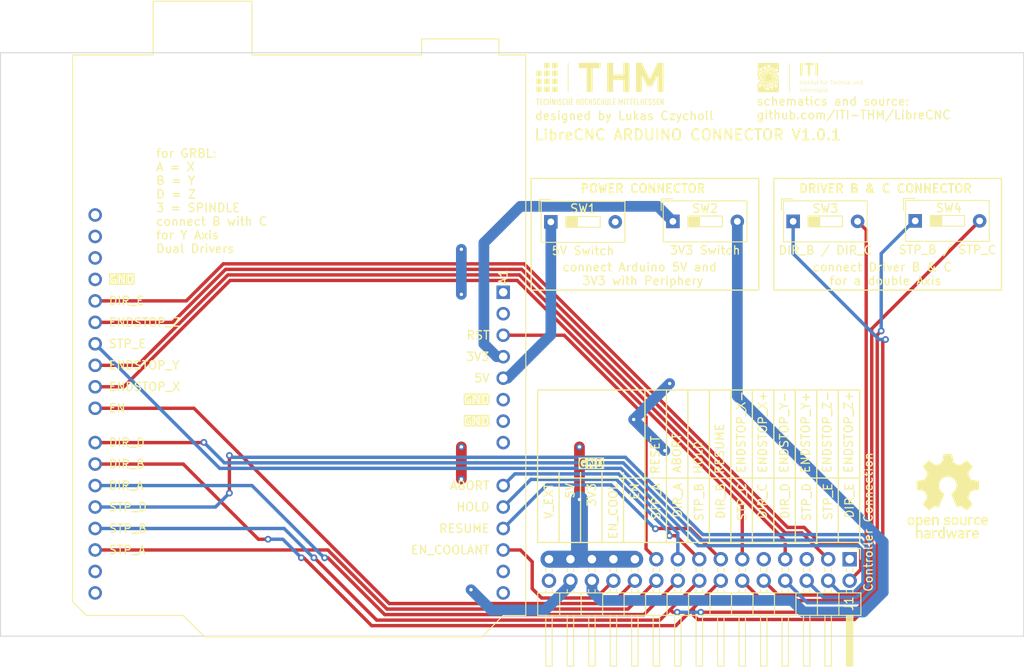
<source format=kicad_pcb>
(kicad_pcb (version 20221018) (generator pcbnew)
  (layers (0 "F.Cu" signal) (31 "B.Cu" signal) (34 "B.Paste" user) (35 "F.Paste" user) (36 "B.SilkS" user "B.Silkscreen") (37 "F.SilkS" user "F.Silkscreen") (38 "B.Mask" user) (39 "F.Mask" user) (44 "Edge.Cuts" user))
  (net 0 "")
  (net 3 "RST")
  (net 4 "3V3")
  (net 5 "5V")
  (net 7 "ABORT")
  (net 8 "HOLD")
  (net 9 "RESUME")
  (net 10 "EN_COOLANT")
  (net 15 "EN")
  (net 16 "ENDSTOP_X-")
  (net 17 "ENDSTOP_Y-")
  (net 18 "ENDSTOP_Z-")
  (net 22 "ENDSTOP_Z+")
  (net 23 "ENDSTOP_Y+")
  (net 24 "ENDSTOP_X+")
  (net 25 "GND")
  (net 26 "V_EXT")
  (net 27 "3V3_Controller")
  (net 28 "5V_Controller")
  (net 29 "DIR_E")
  (net 30 "STP_E")
  (net 31 "DIR_D")
  (net 32 "STP_D")
  (net 33 "DIR_C")
  (net 34 "STP_C")
  (net 35 "DIR_B")
  (net 36 "STP_B")
  (net 37 "DIR_A")
  (net 38 "STP_A")
  (footprint "MountingHole:MountingHole_3.2mm_M3" (layer "F.Cu") (at 148 61)
    (fp_text reference "H3" hide)
    (fp_text value "MountingHole" hide)
    (pad "" np_thru_hole circle locked (at 0 0) (size 3.2 3.2) (drill 3.2) (layers "*.Cu" "*.Mask"))
  )
  (footprint "Button_Switch_THT:SW_DIP_SPSTx01_Slide_9.78x4.72mm_W7.62mm_P2.54mm" (layer "F.Cu") (at 140.1655 75.888)
    (fp_text reference "SW4" (at 3.979 -1.524) (layer "F.SilkS"))
    (fp_text value "STP_B / STP_C" (at 3.81 3.42) (layer "F.SilkS"))
    (pad "1" thru_hole rect (at 0 0) (size 1.6 1.6) (drill 0.8) (layers "*.Cu" "*.Mask") (net 36 "STP_B"))
    (pad "2" thru_hole oval (at 7.62 0) (size 1.6 1.6) (drill 0.8) (layers "*.Cu" "*.Mask") (net 34 "STP_C"))
  )
  (footprint "MountingHole:MountingHole_3.2mm_M3" (layer "F.Cu") (at 148 120)
    (fp_text reference locked "H4" hide)
    (fp_text value "MountingHole" hide)
    (pad "" np_thru_hole circle locked (at 0 0) (size 3.2 3.2) (drill 3.2) (layers "*.Cu" "*.Mask"))
  )
  (footprint "MountingHole:MountingHole_3.2mm_M3" (layer "F.Cu") (at 37 120)
    (fp_text reference "H2" hide)
    (fp_text value "MountingHole" hide)
    (pad "" np_thru_hole circle locked (at 0 0) (size 3.2 3.2) (drill 3.2) (layers "*.Cu" "*.Mask"))
  )
  (footprint "Button_Switch_THT:SW_DIP_SPSTx01_Slide_9.78x4.72mm_W7.62mm_P2.54mm" (layer "F.Cu") (at 97.0705 76.004)
    (fp_text reference "SW1" (at 3.81 -1.582) (layer "F.SilkS"))
    (fp_text value "5V Switch" (at 3.81 3.42) (layer "F.SilkS"))
    (pad "1" thru_hole rect (at 0 0) (size 1.6 1.6) (drill 0.8) (layers "*.Cu" "*.Mask") (net 28 "5V_Controller"))
    (pad "2" thru_hole oval (at 7.62 0) (size 1.6 1.6) (drill 0.8) (layers "*.Cu" "*.Mask") (net 5 "5V"))
  )
  (footprint "Button_Switch_THT:SW_DIP_SPSTx01_Slide_9.78x4.72mm_W7.62mm_P2.54mm" (layer "F.Cu") (at 111.506 75.946)
    (fp_text reference "SW2" (at 3.81 -1.524) (layer "F.SilkS"))
    (fp_text value "3V3 Switch" (at 3.81 3.42) (layer "F.SilkS"))
    (pad "1" thru_hole rect (at 0 0) (size 1.6 1.6) (drill 0.8) (layers "*.Cu" "*.Mask") (net 27 "3V3_Controller"))
    (pad "2" thru_hole oval (at 7.62 0) (size 1.6 1.6) (drill 0.8) (layers "*.Cu" "*.Mask") (net 4 "3V3"))
  )
  (footprint "logos:ITI Logo" (layer "F.Cu") (at 127.718 58.94)
    (fp_text reference "G***" hide)
    (fp_text value "LOGO" hide)
  )
  (footprint "logos:THM Logo" (layer "F.Cu") (at 102.87 59.69)
    (fp_text reference "G***" hide)
    (fp_text value "LOGO" hide)
  )
  (footprint "Connector_PinHeader_2.54mm:PinHeader_2x15_P2.54mm_Horizontal" (layer "F.Cu") (at 132.41 115.9 -90)
    (fp_text reference "J1" (at 5.258 0.076 90) (layer "F.SilkS"))
    (fp_text value "Controller Connection" (at -4.394 -2.21 90) (layer "F.SilkS"))
    (pad "1" thru_hole rect locked (at 0 0 270) (size 1.7 1.7) (drill 1) (layers "*.Cu" "*.Mask") (net 22 "ENDSTOP_Z+"))
    (pad "2" thru_hole oval locked (at 2.54 0 270) (size 1.7 1.7) (drill 1) (layers "*.Cu" "*.Mask") (net 29 "DIR_E"))
    (pad "3" thru_hole oval locked (at 0 2.54 270) (size 1.7 1.7) (drill 1) (layers "*.Cu" "*.Mask") (net 18 "ENDSTOP_Z-"))
    (pad "4" thru_hole oval locked (at 2.54 2.54 270) (size 1.7 1.7) (drill 1) (layers "*.Cu" "*.Mask") (net 30 "STP_E"))
    (pad "5" thru_hole oval locked (at 0 5.08 270) (size 1.7 1.7) (drill 1) (layers "*.Cu" "*.Mask") (net 23 "ENDSTOP_Y+"))
    (pad "6" thru_hole oval locked (at 2.54 5.08 270) (size 1.7 1.7) (drill 1) (layers "*.Cu" "*.Mask") (net 31 "DIR_D"))
    (pad "7" thru_hole oval locked (at 0 7.62 270) (size 1.7 1.7) (drill 1) (layers "*.Cu" "*.Mask") (net 17 "ENDSTOP_Y-"))
    (pad "8" thru_hole oval locked (at 2.54 7.62 270) (size 1.7 1.7) (drill 1) (layers "*.Cu" "*.Mask") (net 32 "STP_D"))
    (pad "9" thru_hole oval locked (at 0 10.16 270) (size 1.7 1.7) (drill 1) (layers "*.Cu" "*.Mask") (net 24 "ENDSTOP_X+"))
    (pad "10" thru_hole oval locked (at 2.54 10.16 270) (size 1.7 1.7) (drill 1) (layers "*.Cu" "*.Mask") (net 33 "DIR_C"))
    (pad "11" thru_hole oval locked (at 0 12.7 270) (size 1.7 1.7) (drill 1) (layers "*.Cu" "*.Mask") (net 16 "ENDSTOP_X-"))
    (pad "12" thru_hole oval locked (at 2.54 12.7 270) (size 1.7 1.7) (drill 1) (layers "*.Cu" "*.Mask") (net 34 "STP_C"))
    (pad "13" thru_hole oval locked (at 0 15.24 270) (size 1.7 1.7) (drill 1) (layers "*.Cu" "*.Mask") (net 9 "RESUME"))
    (pad "14" thru_hole oval locked (at 2.54 15.24 270) (size 1.7 1.7) (drill 1) (layers "*.Cu" "*.Mask") (net 35 "DIR_B"))
    (pad "15" thru_hole oval locked (at 0 17.78 270) (size 1.7 1.7) (drill 1) (layers "*.Cu" "*.Mask") (net 8 "HOLD"))
    (pad "16" thru_hole oval locked (at 2.54 17.78 270) (size 1.7 1.7) (drill 1) (layers "*.Cu" "*.Mask") (net 36 "STP_B"))
    (pad "17" thru_hole oval locked (at 0 20.32 270) (size 1.7 1.7) (drill 1) (layers "*.Cu" "*.Mask") (net 7 "ABORT"))
    (pad "18" thru_hole oval locked (at 2.54 20.32 270) (size 1.7 1.7) (drill 1) (layers "*.Cu" "*.Mask") (net 37 "DIR_A"))
    (pad "19" thru_hole oval locked (at 0 22.86 270) (size 1.7 1.7) (drill 1) (layers "*.Cu" "*.Mask") (net 3 "RST"))
    (pad "20" thru_hole oval locked (at 2.54 22.86 270) (size 1.7 1.7) (drill 1) (layers "*.Cu" "*.Mask") (net 38 "STP_A"))
    (pad "21" thru_hole oval locked (at 0 25.4 270) (size 1.7 1.7) (drill 1) (layers "*.Cu" "*.Mask") (net 25 "GND"))
    (pad "22" thru_hole oval locked (at 2.54 25.4 270) (size 1.7 1.7) (drill 1) (layers "*.Cu" "*.Mask") (net 15 "EN"))
    (pad "23" thru_hole oval locked (at 0 27.94 270) (size 1.7 1.7) (drill 1) (layers "*.Cu" "*.Mask") (net 25 "GND"))
    (pad "24" thru_hole oval locked (at 2.54 27.94 270) (size 1.7 1.7) (drill 1) (layers "*.Cu" "*.Mask") (net 10 "EN_COOLANT"))
    (pad "25" thru_hole oval locked (at 0 30.48 270) (size 1.7 1.7) (drill 1) (layers "*.Cu" "*.Mask") (net 25 "GND"))
    (pad "26" thru_hole oval locked (at 2.54 30.48 270) (size 1.7 1.7) (drill 1) (layers "*.Cu" "*.Mask") (net 4 "3V3"))
    (pad "27" thru_hole oval locked (at 0 33.02 270) (size 1.7 1.7) (drill 1) (layers "*.Cu" "*.Mask") (net 25 "GND"))
    (pad "28" thru_hole oval locked (at 2.54 33.02 270) (size 1.7 1.7) (drill 1) (layers "*.Cu" "*.Mask") (net 5 "5V"))
    (pad "29" thru_hole oval locked (at 0 35.56 270) (size 1.7 1.7) (drill 1) (layers "*.Cu" "*.Mask") (net 25 "GND"))
    (pad "30" thru_hole oval locked (at 2.54 35.56 270) (size 1.7 1.7) (drill 1) (layers "*.Cu" "*.Mask") (net 26 "V_EXT"))
  )
  (footprint "Button_Switch_THT:SW_DIP_SPSTx01_Slide_9.78x4.72mm_W7.62mm_P2.54mm" (layer "F.Cu") (at 125.73 75.946)
    (fp_text reference "SW3" (at 3.81 -1.524) (layer "F.SilkS"))
    (fp_text value "DIR_B / DIR_C" (at 3.81 3.42) (layer "F.SilkS"))
    (pad "1" thru_hole rect (at 0 0) (size 1.6 1.6) (drill 0.8) (layers "*.Cu" "*.Mask") (net 35 "DIR_B"))
    (pad "2" thru_hole oval (at 7.62 0) (size 1.6 1.6) (drill 0.8) (layers "*.Cu" "*.Mask") (net 33 "DIR_C"))
  )
  (footprint "MountingHole:MountingHole_3.2mm_M3" (layer "F.Cu") (at 37 61)
    (fp_text reference "H1" hide)
    (fp_text value "MountingHole" hide)
    (pad "" np_thru_hole circle locked (at 0 0) (size 3.2 3.2) (drill 3.2) (layers "*.Cu" "*.Mask"))
  )
  (footprint "logos:OHS Logo" (layer "F.Cu") (at 144.018 108.458)
    (fp_text reference "G***" hide)
    (fp_text value "LOGO" hide)
  )
  (footprint "Module:Arduino_UNO_R3" (layer "F.Cu") (at 91.44 84.328 -90)
    (fp_text reference "A1" (at -1.778 0 90) (layer "F.SilkS"))
    (fp_text value "Arduino_UNO_R3")
    (pad "1" thru_hole rect (at 0 0) (size 1.6 1.6) (drill 1) (layers "*.Cu" "*.Mask"))
    (pad "2" thru_hole oval (at 2.54 0) (size 1.6 1.6) (drill 1) (layers "*.Cu" "*.Mask"))
    (pad "3" thru_hole oval (at 5.08 0) (size 1.6 1.6) (drill 1) (layers "*.Cu" "*.Mask") (net 3 "RST"))
    (pad "4" thru_hole oval (at 7.62 0) (size 1.6 1.6) (drill 1) (layers "*.Cu" "*.Mask") (net 27 "3V3_Controller"))
    (pad "5" thru_hole oval (at 10.16 0) (size 1.6 1.6) (drill 1) (layers "*.Cu" "*.Mask") (net 28 "5V_Controller"))
    (pad "6" thru_hole oval (at 12.7 0) (size 1.6 1.6) (drill 1) (layers "*.Cu" "*.Mask") (net 25 "GND"))
    (pad "7" thru_hole oval (at 15.24 0) (size 1.6 1.6) (drill 1) (layers "*.Cu" "*.Mask") (net 25 "GND"))
    (pad "8" thru_hole oval (at 17.78 0) (size 1.6 1.6) (drill 1) (layers "*.Cu" "*.Mask"))
    (pad "9" thru_hole oval (at 22.86 0) (size 1.6 1.6) (drill 1) (layers "*.Cu" "*.Mask") (net 7 "ABORT"))
    (pad "10" thru_hole oval (at 25.4 0) (size 1.6 1.6) (drill 1) (layers "*.Cu" "*.Mask") (net 8 "HOLD"))
    (pad "11" thru_hole oval (at 27.94 0) (size 1.6 1.6) (drill 1) (layers "*.Cu" "*.Mask") (net 9 "RESUME"))
    (pad "12" thru_hole oval (at 30.48 0) (size 1.6 1.6) (drill 1) (layers "*.Cu" "*.Mask") (net 10 "EN_COOLANT"))
    (pad "13" thru_hole oval (at 33.02 0) (size 1.6 1.6) (drill 1) (layers "*.Cu" "*.Mask"))
    (pad "14" thru_hole oval (at 35.56 0) (size 1.6 1.6) (drill 1) (layers "*.Cu" "*.Mask"))
    (pad "15" thru_hole oval (at 35.56 48.26) (size 1.6 1.6) (drill 1) (layers "*.Cu" "*.Mask"))
    (pad "16" thru_hole oval (at 33.02 48.26) (size 1.6 1.6) (drill 1) (layers "*.Cu" "*.Mask"))
    (pad "17" thru_hole oval (at 30.48 48.26) (size 1.6 1.6) (drill 1) (layers "*.Cu" "*.Mask") (net 38 "STP_A"))
    (pad "18" thru_hole oval (at 27.94 48.26) (size 1.6 1.6) (drill 1) (layers "*.Cu" "*.Mask") (net 36 "STP_B"))
    (pad "19" thru_hole oval (at 25.4 48.26) (size 1.6 1.6) (drill 1) (layers "*.Cu" "*.Mask") (net 32 "STP_D"))
    (pad "20" thru_hole oval (at 22.86 48.26) (size 1.6 1.6) (drill 1) (layers "*.Cu" "*.Mask") (net 37 "DIR_A"))
    (pad "21" thru_hole oval (at 20.32 48.26) (size 1.6 1.6) (drill 1) (layers "*.Cu" "*.Mask") (net 35 "DIR_B"))
    (pad "22" thru_hole oval (at 17.78 48.26) (size 1.6 1.6) (drill 1) (layers "*.Cu" "*.Mask") (net 31 "DIR_D"))
    (pad "23" thru_hole oval (at 13.72 48.26) (size 1.6 1.6) (drill 1) (layers "*.Cu" "*.Mask") (net 15 "EN"))
    (pad "24" thru_hole oval (at 11.18 48.26) (size 1.6 1.6) (drill 1) (layers "*.Cu" "*.Mask") (net 16 "ENDSTOP_X-"))
    (pad "25" thru_hole oval (at 8.64 48.26) (size 1.6 1.6) (drill 1) (layers "*.Cu" "*.Mask") (net 17 "ENDSTOP_Y-"))
    (pad "26" thru_hole oval (at 6.1 48.26) (size 1.6 1.6) (drill 1) (layers "*.Cu" "*.Mask") (net 30 "STP_E"))
    (pad "27" thru_hole oval (at 3.56 48.26) (size 1.6 1.6) (drill 1) (layers "*.Cu" "*.Mask") (net 18 "ENDSTOP_Z-"))
    (pad "28" thru_hole oval (at 1.02 48.26) (size 1.6 1.6) (drill 1) (layers "*.Cu" "*.Mask") (net 29 "DIR_E"))
    (pad "29" thru_hole oval (at -1.52 48.26) (size 1.6 1.6) (drill 1) (layers "*.Cu" "*.Mask") (net 25 "GND"))
    (pad "30" thru_hole oval (at -4.06 48.26) (size 1.6 1.6) (drill 1) (layers "*.Cu" "*.Mask"))
    (pad "31" thru_hole oval (at -6.6 48.26) (size 1.6 1.6) (drill 1) (layers "*.Cu" "*.Mask"))
    (pad "32" thru_hole oval (at -9.14 48.26) (size 1.6 1.6) (drill 1) (layers "*.Cu" "*.Mask"))
  )
  (gr_line (start 125.984 95.885) (end 125.984 113.919) (stroke (width 0.15)) (layer "F.SilkS"))
  (gr_line (start 95.504 95.885) (end 133.604 95.885) (stroke (width 0.15)) (layer "F.SilkS"))
  (gr_line (start 95.504 95.885) (end 95.504 113.919) (stroke (width 0.15)) (layer "F.SilkS"))
  (gr_line (start 123.444 95.885) (end 123.444 113.919) (stroke (width 0.15)) (layer "F.SilkS"))
  (gr_line (start 95.504 106.299) (end 133.604 106.299) (stroke (width 0.15)) (layer "F.SilkS"))
  (gr_line (start 128.524 95.885) (end 128.524 113.919) (stroke (width 0.15)) (layer "F.SilkS"))
  (gr_line (start 113.284 95.885) (end 113.284 113.919) (stroke (width 0.15)) (layer "F.SilkS"))
  (gr_line (start 98.044 105.664) (end 98.044 113.919) (stroke (width 0.15)) (layer "F.SilkS"))
  (gr_line (start 100.584 105.6513) (end 100.584 113.9063) (stroke (width 0.15)) (layer "F.SilkS"))
  (gr_line (start 133.604 95.885) (end 133.604 113.919) (stroke (width 0.15)) (layer "F.SilkS"))
  (gr_line (start 118.364 95.885) (end 118.364 113.919) (stroke (width 0.15)) (layer "F.SilkS"))
  (gr_line (start 115.824 95.885) (end 115.824 113.919) (stroke (width 0.15)) (layer "F.SilkS"))
  (gr_rect (start 94.742 70.866) (end 121.666 84.074) (stroke (width 0.15)) (fill none) (layer "F.SilkS"))
  (gr_line (start 133.604 113.919) (end 95.504 113.919) (stroke (width 0.15)) (layer "F.SilkS"))
  (gr_line (start 105.664 105.664) (end 105.664 113.919) (stroke (width 0.15)) (layer "F.SilkS"))
  (gr_line (start 110.744 95.885) (end 110.744 113.919) (stroke (width 0.15)) (layer "F.SilkS"))
  (gr_line (start 120.904 95.885) (end 120.904 113.919) (stroke (width 0.15)) (layer "F.SilkS"))
  (gr_line (start 131.064 95.885) (end 131.064 113.919) (stroke (width 0.15)) (layer "F.SilkS"))
  (gr_line (start 108.204 95.885) (end 108.204 113.919) (stroke (width 0.15)) (layer "F.SilkS"))
  (gr_rect (start 123.444 70.866) (end 150.368 84.074) (stroke (width 0.15)) (fill none) (layer "F.SilkS"))
  (gr_line (start 103.124 105.6767) (end 103.124 113.9317) (stroke (width 0.15)) (layer "F.SilkS"))
  (gr_rect locked (start 31.9746 56) (end 153 125) (stroke (width 0.1)) (fill none) (layer "Edge.Cuts"))
  (gr_text "GND" (at 44.704 82.804) (layer "F.SilkS" knockout) (effects (font (size 1 1)) (justify left)))
  (gr_text "3V3" (at 102.489 106.807 90) (layer "F.SilkS") (effects (font (size 1 1)) (justify right bottom)))
  (gr_text "RESUME" (at 89.916 112.268) (layer "F.SilkS") (effects (font (size 1 1)) (justify right)))
  (gr_text "ENDSTOP_Y" (at 44.704 92.964) (layer "F.SilkS") (effects (font (size 1 1)) (justify left)))
  (gr_text "EN_COOLANT" (at 89.916 114.808) (layer "F.SilkS") (effects (font (size 1 1)) (justify right)))
  (gr_text "V_EXT" (at 97.409 106.807 90) (layer "F.SilkS") (effects (font (size 1 1)) (justify right bottom)))
  (gr_text "DIR_E" (at 132.969 106.807 90) (layer "F.SilkS") (effects (font (size 1 1)) (justify right bottom)))
  (gr_text "ENDSTOP_Y+" (at 126.619 105.791 90) (layer "F.SilkS") (effects (font (size 1 1)) (justify left top)))
  (gr_text "HOLD" (at 89.916 109.728) (layer "F.SilkS") (effects (font (size 1 1)) (justify right)))
  (gr_text "LibreCNC ARDUINO CONNECTOR V1.0.1\n" (at 95.018 66.44) (layer "F.SilkS") (effects (font (size 1.25 1.25) (thickness 0.2)) (justify left bottom)))
  (gr_text "GND" (at 89.916 97.028) (layer "F.SilkS" knockout) (effects (font (size 1 1)) (justify right)))
  (gr_text "DIR_B" (at 44.704 104.648) (layer "F.SilkS") (effects (font (size 1 1)) (justify left)))
  (gr_text "EN_COOL" (at 105.029 106.807 90) (layer "F.SilkS") (effects (font (size 1 1)) (justify right bottom)))
  (gr_text "STP_D" (at 127.889 106.807 90) (layer "F.SilkS") (effects (font (size 1 1)) (justify right bottom)))
  (gr_text "STP_C" (at 120.269 106.807 90) (layer "F.SilkS") (effects (font (size 1 1)) (justify right bottom)))
  (gr_text "DIR_D" (at 125.349 106.807 90) (layer "F.SilkS") (effects (font (size 1 1)) (justify right bottom)))
  (gr_text "DIR_B" (at 117.729 106.807 90) (layer "F.SilkS") (effects (font (size 1 1)) (justify right bottom)))
  (gr_text "DIR_A" (at 112.649 106.807 90) (layer "F.SilkS") (effects (font (size 1 1)) (justify right bottom)))
  (gr_text "DIR_E" (at 44.704 85.344) (layer "F.SilkS") (effects (font (size 1 1)) (justify left)))
  (gr_text "connect Arduino 5V and \n3V3 with Periphery" (at 107.95 80.772) (layer "F.SilkS") (effects (font (size 1 1)) (justify top)))
  (gr_text "ENDSTOP_X+" (at 121.539 105.791 90) (layer "F.SilkS") (effects (font (size 1 1)) (justify left top)))
  (gr_text "STP_A" (at 44.704 114.808) (layer "F.SilkS") (effects (font (size 1 1)) (justify left)))
  (gr_text "GND" (at 89.916 99.568) (layer "F.SilkS" knockout) (effects (font (size 1 1)) (justify right)))
  (gr_text "3V3" (at 89.916 91.948) (layer "F.SilkS") (effects (font (size 1 1)) (justify right)))
  (gr_text "RESET" (at 108.839 105.918 90) (layer "F.SilkS") (effects (font (size 1 1)) (justify left top)))
  (gr_text "STP_A" (at 110.109 106.807 90) (layer "F.SilkS") (effects (font (size 1 1)) (justify right bottom)))
  (gr_text "RESUME" (at 116.459 105.918 90) (layer "F.SilkS") (effects (font (size 1 1)) (justify left top)))
  (gr_text "STP_E" (at 44.704 90.424) (layer "F.SilkS") (effects (font (size 1 1)) (justify left)))
  (gr_text "ENDSTOP_X-" (at 118.999 105.791 90) (layer "F.SilkS") (effects (font (size 1 1)) (justify left top)))
  (gr_text "ENDSTOP_Z+" (at 131.699 105.791 90) (layer "F.SilkS") (effects (font (size 1 1)) (justify left top)))
  (gr_text "ABORT" (at 111.379 105.791 90) (layer "F.SilkS") (effects (font (size 1 1)) (justify left top)))
  (gr_text "STP_B" (at 44.704 112.268) (layer "F.SilkS") (effects (font (size 1 1)) (justify left)))
  (gr_text "5V" (at 99.949 106.807 90) (layer "F.SilkS") (effects (font (size 1 1)) (justify right bottom)))
  (gr_text "ENDSTOP_X" (at 44.704 95.504) (layer "F.SilkS") (effects (font (size 1 1)) (justify left)))
  (gr_text "designed by Lukas Czycholl" (at 95.118 64.04) (layer "F.SilkS") (effects (font (size 1 1)) (justify left bottom)))
  (gr_text "DRIVER B & C CONNECTOR" (at 136.652 72.644) (layer "F.SilkS") (effects (font (size 1 1) (thickness 0.2) bold) (justify bottom)))
  (gr_text "ENDSTOP_Z" (at 44.704 87.884) (layer "F.SilkS") (effects (font (size 1 1)) (justify left)))
  (gr_text "POWER CONNECTOR" (at 107.95 72.644) (layer "F.SilkS") (effects (font (size 1 1) (thickness 0.2) bold) (justify bottom)))
  (gr_text "for GRBL:\nA = X\nB = Y\nD = Z\n3 = SPINDLE\nconnect B with C \nfor Y Axis \nDual Drivers\n" (at 50.292 79.756) (layer "F.SilkS") (effects (font (size 1 1)) (justify left bottom)))
  (gr_text "RST" (at 89.916 89.408) (layer "F.SilkS") (effects (font (size 1 1)) (justify right)))
  (gr_text "STP_D" (at 44.704 109.728) (layer "F.SilkS") (effects (font (size 1 1)) (justify left)))
  (gr_text "ENDSTOP_Y-" (at 124.079 105.791 90) (layer "F.SilkS") (effects (font (size 1 1)) (justify left top)))
  (gr_text "DIR_A" (at 44.704 107.188) (layer "F.SilkS") (effects (font (size 1 1)) (justify left)))
  (gr_text "STP_B" (at 115.189 106.807 90) (layer "F.SilkS") (effects (font (size 1 1)) (justify right bottom)))
  (gr_text "HOLD" (at 113.919 105.918 90) (layer "F.SilkS") (effects (font (size 1 1)) (justify left top)))
  (gr_text "DIR_D" (at 44.704 102.108) (layer "F.SilkS") (effects (font (size 1 1)) (justify left)))
  (gr_text "EN" (at 107.569 106.807 90) (layer "F.SilkS") (effects (font (size 1 1)) (justify right bottom)))
  (gr_text "ABORT" (at 89.916 107.188) (layer "F.SilkS") (effects (font (size 1 1)) (justify right)))
  (gr_text "STP_E" (at 130.429 106.807 90) (layer "F.SilkS") (effects (font (size 1 1)) (justify right bottom)))
  (gr_text "EN" (at 44.704 98.044) (layer "F.SilkS") (effects (font (size 1 1)) (justify left)))
  (gr_text "ENDSTOP_Z-" (at 129.159 105.791 90) (layer "F.SilkS") (effects (font (size 1 1)) (justify left top)))
  (gr_text "connect Driver B & C \nfor a double Axis" (at 136.652 80.772) (layer "F.SilkS") (effects (font (size 1 1)) (justify top)))
  (gr_text "DIR_C" (at 122.682 106.807 90) (layer "F.SilkS") (effects (font (size 1 1)) (justify right bottom)))
  (gr_text "GND\n" (at 103.4796 104.013) (layer "F.SilkS" knockout) (effects (font (size 1 1)) (justify right top)))
  (gr_text "schematics and source:\ngithub.com/ITI-THM/LibreCNC" (at 121.318 63.94) (layer "F.SilkS") (effects (font (size 1 1)) (justify left bottom)))
  (gr_text "5V" (at 89.916 94.488) (layer "F.SilkS") (effects (font (size 1 1)) (justify right)))
  (segment (start 108.331 99.095896) (end 98.643104 89.408) (width 0.4) (layer "F.Cu") (net 3))
  (segment (start 98.643104 89.408) (end 91.44 89.408) (width 0.4) (layer "F.Cu") (net 3))
  (segment (start 108.331 114.681) (end 108.331 99.095896) (width 0.4) (layer "F.Cu") (net 3))
  (segment (start 109.55 115.9) (end 108.331 114.681) (width 0.4) (layer "F.Cu") (net 3))
  (segment (start 101.93 119.71) (end 102.997 120.777) (width 1.27) (layer "B.Cu") (net 4))
  (segment (start 134.034078 122.141) (end 136.382 119.793079) (width 1.27) (layer "B.Cu") (net 4))
  (segment (start 126.950922 122.141) (end 134.034078 122.141) (width 1.27) (layer "B.Cu") (net 4))
  (segment (start 125.586922 120.777) (end 126.950922 122.141) (width 1.27) (layer "B.Cu") (net 4))
  (segment (start 101.93 118.44) (end 101.93 119.71) (width 1.27) (layer "B.Cu") (net 4))
  (segment (start 136.382 113.87413) (end 119.126 96.61813) (width 1.27) (layer "B.Cu") (net 4))
  (segment (start 119.126 96.61813) (end 119.126 75.946) (width 1.27) (layer "B.Cu") (net 4))
  (segment (start 136.382 119.793079) (end 136.382 113.87413) (width 1.27) (layer "B.Cu") (net 4))
  (segment (start 102.997 120.777) (end 125.586922 120.777) (width 1.27) (layer "B.Cu") (net 4))
  (via (at 87.63 119.507) (size 0.8) (drill 0.4) (layers "F.Cu" "B.Cu") (net 5))
  (via (at 86.487 79.248) (size 0.8) (drill 0.4) (layers "F.Cu" "B.Cu") (net 5))
  (via (at 86.487 84.582) (size 0.8) (drill 0.4) (layers "F.Cu" "B.Cu") (net 5))
  (via (at 110.5535 103.0605) (size 0.8) (drill 0.4) (layers "F.Cu" "B.Cu") (net 5))
  (via (at 106.8705 99.3775) (size 0.8) (drill 0.4) (layers "F.Cu" "B.Cu") (net 5))
  (via (at 111.125 95.123) (size 0.8) (drill 0.4) (layers "F.Cu" "B.Cu") (net 5))
  (segment (start 99.39 118.44) (end 99.39 118.923) (width 1.27) (layer "B.Cu") (net 5))
  (segment (start 106.8705 99.3775) (end 110.5535 103.0605) (width 1.27) (layer "B.Cu") (net 5))
  (segment (start 96.393 121.92) (end 90.043 121.92) (width 1.27) (layer "B.Cu") (net 5))
  (segment (start 98.552 119.761) (end 96.393 121.92) (width 1.27) (layer "B.Cu") (net 5))
  (segment (start 90.043 121.92) (end 87.63 119.507) (width 1.27) (layer "B.Cu") (net 5))
  (segment (start 99.39 118.923) (end 98.552 119.761) (width 1.27) (layer "B.Cu") (net 5))
  (segment (start 86.487 84.582) (end 86.487 79.248) (width 1.27) (layer "B.Cu") (net 5))
  (segment (start 106.8705 99.3775) (end 111.125 95.123) (width 1.27) (layer "B.Cu") (net 5))
  (segment (start 105.083896 105.81) (end 92.818 105.81) (width 0.4) (layer "B.Cu") (net 7))
  (segment (start 112.09 115.9) (end 112.09 112.816104) (width 0.4) (layer "B.Cu") (net 7))
  (segment (start 92.818 105.81) (end 91.44 107.188) (width 0.4) (layer "B.Cu") (net 7))
  (segment (start 112.09 112.816104) (end 105.083896 105.81) (width 0.4) (layer "B.Cu") (net 7))
  (segment (start 111.103182 113.1215) (end 111.8515 113.1215) (width 0.4) (layer "F.Cu") (net 8))
  (segment (start 111.8515 113.1215) (end 114.63 115.9) (width 0.4) (layer "F.Cu") (net 8))
  (via (at 111.103182 113.1215) (size 0.8) (drill 0.4) (layers "F.Cu" "B.Cu") (net 8))
  (segment (start 111.103182 113.1215) (end 111.103182 112.754182) (width 0.4) (layer "B.Cu") (net 8))
  (segment (start 104.813 106.464) (end 94.704 106.464) (width 0.4) (layer "B.Cu") (net 8))
  (segment (start 111.103182 112.754182) (end 104.813 106.464) (width 0.4) (layer "B.Cu") (net 8))
  (segment (start 94.704 106.464) (end 91.44 109.728) (width 0.4) (layer "B.Cu") (net 8))
  (segment (start 109.441984 112.300016) (end 109.474 112.268) (width 0.4) (layer "F.Cu") (net 9))
  (segment (start 109.474 112.268) (end 113.538 112.268) (width 0.4) (layer "F.Cu") (net 9))
  (segment (start 113.538 112.268) (end 117.17 115.9) (width 0.4) (layer "F.Cu") (net 9))
  (via (at 109.441984 112.300016) (size 0.8) (drill 0.4) (layers "F.Cu" "B.Cu") (net 9))
  (segment (start 96.59 107.118) (end 91.44 112.268) (width 0.4) (layer "B.Cu") (net 9))
  (segment (start 109.441984 112.300016) (end 109.379016 112.300016) (width 0.4) (layer "B.Cu") (net 9))
  (segment (start 104.197 107.118) (end 96.59 107.118) (width 0.4) (layer "B.Cu") (net 9))
  (segment (start 109.379016 112.300016) (end 104.197 107.118) (width 0.4) (layer "B.Cu") (net 9))
  (segment (start 104.47 118.44) (end 102.422 120.488) (width 0.4) (layer "F.Cu") (net 10))
  (segment (start 94.869 116.205) (end 93.472 114.808) (width 0.4) (layer "F.Cu") (net 10))
  (segment (start 93.472 114.808) (end 91.44 114.808) (width 0.4) (layer "F.Cu") (net 10))
  (segment (start 95.977 120.488) (end 94.869 119.38) (width 0.4) (layer "F.Cu") (net 10))
  (segment (start 102.422 120.488) (end 95.977 120.488) (width 0.4) (layer "F.Cu") (net 10))
  (segment (start 94.869 119.38) (end 94.869 116.205) (width 0.4) (layer "F.Cu") (net 10))
  (segment (start 77.962 121.142) (end 54.868 98.048) (width 0.4) (layer "F.Cu") (net 15))
  (segment (start 107.01 118.44) (end 104.308 121.142) (width 0.4) (layer "F.Cu") (net 15))
  (segment (start 104.308 121.142) (end 77.962 121.142) (width 0.4) (layer "F.Cu") (net 15))
  (segment (start 54.868 98.048) (end 43.18 98.048) (width 0.4) (layer "F.Cu") (net 15))
  (segment (start 119.71 109.55) (end 93.091 82.931) (width 0.4) (layer "F.Cu") (net 16))
  (segment (start 119.71 115.9) (end 119.71 109.55) (width 0.4) (layer "F.Cu") (net 16))
  (segment (start 59.145792 82.931) (end 46.568792 95.508) (width 0.4) (layer "F.Cu") (net 16))
  (segment (start 46.568792 95.508) (end 43.18 95.508) (width 0.4) (layer "F.Cu") (net 16))
  (segment (start 93.091 82.931) (end 59.145792 82.931) (width 0.4) (layer "F.Cu") (net 16))
  (segment (start 124.79 115.9) (end 124.79 113.705104) (width 0.4) (layer "F.Cu") (net 17))
  (segment (start 124.79 113.705104) (end 93.361896 82.277) (width 0.4) (layer "F.Cu") (net 17))
  (segment (start 93.361896 82.277) (end 58.874896 82.277) (width 0.4) (layer "F.Cu") (net 17))
  (segment (start 48.183896 92.968) (end 43.18 92.968) (width 0.4) (layer "F.Cu") (net 17))
  (segment (start 58.874896 82.277) (end 48.183896 92.968) (width 0.4) (layer "F.Cu") (net 17))
  (segment (start 124.804792 112.795) (end 93.632792 81.623) (width 0.4) (layer "F.Cu") (net 18))
  (segment (start 93.632792 81.623) (end 58.604 81.623) (width 0.4) (layer "F.Cu") (net 18))
  (segment (start 129.87 115.9) (end 126.765 112.795) (width 0.4) (layer "F.Cu") (net 18))
  (segment (start 126.765 112.795) (end 124.804792 112.795) (width 0.4) (layer "F.Cu") (net 18))
  (segment (start 58.604 81.623) (end 52.339 87.888) (width 0.4) (layer "F.Cu") (net 18))
  (segment (start 52.339 87.888) (end 43.18 87.888) (width 0.4) (layer "F.Cu") (net 18))
  (segment (start 86.487 106.426) (end 86.487 102.616) (width 1.27) (layer "F.Cu") (net 25))
  (segment (start 100.457 102.616) (end 100.457 108.839) (width 1.27) (layer "F.Cu") (net 25))
  (via (at 100.457 102.616) (size 0.8) (drill 0.4) (layers "F.Cu" "B.Cu") (net 25))
  (via (at 100.457 108.839) (size 0.8) (drill 0.4) (layers "F.Cu" "B.Cu") (net 25))
  (via (at 86.487 102.616) (size 0.8) (drill 0.4) (layers "F.Cu" "B.Cu") (net 25))
  (via (at 86.487 106.426) (size 0.8) (drill 0.4) (layers "F.Cu" "B.Cu") (net 25))
  (segment (start 96.85 115.9) (end 107.01 115.9) (width 2) (layer "B.Cu") (net 25))
  (segment (start 100.457 115.646) (end 100.203 115.9) (width 2) (layer "B.Cu") (net 25))
  (segment (start 100.203 115.9) (end 96.85 115.9) (width 2) (layer "B.Cu") (net 25))
  (segment (start 100.457 108.839) (end 100.457 115.646) (width 2) (layer "B.Cu") (net 25))
  (segment (start 90.678 91.948) (end 89.154 90.424) (width 1.27) (layer "B.Cu") (net 27))
  (segment (start 89.154 78.486) (end 93.472 74.168) (width 1.27) (layer "B.Cu") (net 27))
  (segment (start 91.44 91.948) (end 90.678 91.948) (width 1.27) (layer "B.Cu") (net 27))
  (segment (start 89.154 90.424) (end 89.154 78.486) (width 1.27) (layer "B.Cu") (net 27))
  (segment (start 109.728 74.168) (end 111.506 75.946) (width 1.27) (layer "B.Cu") (net 27))
  (segment (start 93.472 74.168) (end 109.728 74.168) (width 1.27) (layer "B.Cu") (net 27))
  (segment (start 91.44 94.488) (end 91.948 94.488) (width 1.27) (layer "B.Cu") (net 28))
  (segment (start 97.0705 89.3655) (end 97.0705 76.004) (width 1.27) (layer "B.Cu") (net 28))
  (segment (start 91.948 94.488) (end 97.0705 89.3655) (width 1.27) (layer "B.Cu") (net 28))
  (segment (start 93.903688 80.969) (end 58.333104 80.969) (width 0.4) (layer "F.Cu") (net 29))
  (segment (start 133.714 114.596) (end 133.291 114.173) (width 0.4) (layer "F.Cu") (net 29))
  (segment (start 43.414 85.582) (end 43.18 85.348) (width 0.4) (layer "F.Cu") (net 29))
  (segment (start 53.954104 85.348) (end 43.18 85.348) (width 0.4) (layer "F.Cu") (net 29))
  (segment (start 127.035896 112.141) (end 125.075688 112.141) (width 0.4) (layer "F.Cu") (net 29))
  (segment (start 129.067896 114.173) (end 127.035896 112.141) (width 0.4) (layer "F.Cu") (net 29))
  (segment (start 58.333104 80.969) (end 53.954104 85.348) (width 0.4) (layer "F.Cu") (net 29))
  (segment (start 125.075688 112.141) (end 93.903688 80.969) (width 0.4) (layer "F.Cu") (net 29))
  (segment (start 132.41 118.44) (end 133.714 117.136) (width 0.4) (layer "F.Cu") (net 29))
  (segment (start 133.291 114.173) (end 129.067896 114.173) (width 0.4) (layer "F.Cu") (net 29))
  (segment (start 133.714 117.136) (end 133.714 114.596) (width 0.4) (layer "F.Cu") (net 29))
  (segment (start 133.985 118.709135) (end 133.985 114.867) (width 0.4) (layer "B.Cu") (net 30))
  (segment (start 133.418 114.3) (end 114.498792 114.3) (width 0.4) (layer "B.Cu") (net 30))
  (segment (start 57.908 105.156) (end 43.18 90.428) (width 0.4) (layer "B.Cu") (net 30))
  (segment (start 129.87 118.44) (end 131.174 119.744) (width 0.4) (layer "B.Cu") (net 30))
  (segment (start 132.950135 119.744) (end 133.985 118.709135) (width 0.4) (layer "B.Cu") (net 30))
  (segment (start 131.174 119.744) (end 132.950135 119.744) (width 0.4) (layer "B.Cu") (net 30))
  (segment (start 114.498792 114.3) (end 105.354792 105.156) (width 0.4) (layer "B.Cu") (net 30))
  (segment (start 133.985 114.867) (end 133.418 114.3) (width 0.4) (layer "B.Cu") (net 30))
  (segment (start 105.354792 105.156) (end 57.908 105.156) (width 0.4) (layer "B.Cu") (net 30))
  (segment (start 56.037016 102.077984) (end 56.007 102.108) (width 0.4) (layer "F.Cu") (net 31))
  (segment (start 56.007 102.108) (end 43.18 102.108) (width 0.4) (layer "F.Cu") (net 31))
  (via (at 56.037016 102.077984) (size 0.8) (drill 0.4) (layers "F.Cu" "B.Cu") (net 31))
  (segment (start 105.625688 104.502) (end 58.461032 104.502) (width 0.4) (layer "B.Cu") (net 31))
  (segment (start 58.461032 104.502) (end 56.037016 102.077984) (width 0.4) (layer "B.Cu") (net 31))
  (segment (start 134.639 114.596104) (end 133.688896 113.646) (width 0.4) (layer "B.Cu") (net 31))
  (segment (start 132.214117 113.646) (end 132.867117 113.646) (width 0.4) (layer "B.Cu") (net 31))
  (segment (start 133.221031 120.398) (end 134.639 118.980031) (width 0.4) (layer "B.Cu") (net 31))
  (segment (start 134.639 118.980031) (end 134.639 114.596104) (width 0.4) (layer "B.Cu") (net 31))
  (segment (start 114.769688 113.646) (end 105.625688 104.502) (width 0.4) (layer "B.Cu") (net 31))
  (segment (start 129.288 120.398) (end 133.221031 120.398) (width 0.4) (layer "B.Cu") (net 31))
  (segment (start 132.214117 113.646) (end 114.769688 113.646) (width 0.4) (layer "B.Cu") (net 31))
  (segment (start 127.33 118.44) (end 129.288 120.398) (width 0.4) (layer "B.Cu") (net 31))
  (segment (start 133.688896 113.646) (end 132.867117 113.646) (width 0.4) (layer "B.Cu") (net 31))
  (segment (start 59.055 108.077) (end 59.055 103.632) (width 0.4) (layer "F.Cu") (net 32))
  (via (at 59.055 108.077) (size 0.8) (drill 0.4) (layers "F.Cu" "B.Cu") (net 32))
  (via (at 59.055 103.632) (size 0.8) (drill 0.4) (layers "F.Cu" "B.Cu") (net 32))
  (segment (start 115.040584 112.992) (end 105.896584 103.848) (width 0.4) (layer "B.Cu") (net 32))
  (segment (start 127.402 121.052) (end 133.583 121.052) (width 0.4) (layer "B.Cu") (net 32))
  (segment (start 133.959792 112.992) (end 115.040584 112.992) (width 0.4) (layer "B.Cu") (net 32))
  (segment (start 124.79 118.44) (end 127.402 121.052) (width 0.4) (layer "B.Cu") (net 32))
  (segment (start 105.896584 103.848) (end 59.271 103.848) (width 0.4) (layer "B.Cu") (net 32))
  (segment (start 135.293 114.325208) (end 133.959792 112.992) (width 0.4) (layer "B.Cu") (net 32))
  (segment (start 133.583 121.052) (end 135.293 119.342) (width 0.4) (layer "B.Cu") (net 32))
  (segment (start 59.055 108.077) (end 57.404 109.728) (width 0.4) (layer "B.Cu") (net 32))
  (segment (start 57.404 109.728) (end 43.18 109.728) (width 0.4) (layer "B.Cu") (net 32))
  (segment (start 59.271 103.848) (end 59.055 103.632) (width 0.4) (layer "B.Cu") (net 32))
  (segment (start 135.293 119.342) (end 135.293 114.325208) (width 0.4) (layer "B.Cu") (net 32))
  (segment (start 134.368 118.87) (end 134.368 76.964) (width 0.4) (layer "F.Cu") (net 33))
  (segment (start 134.368 76.964) (end 133.35 75.946) (width 0.4) (layer "F.Cu") (net 33))
  (segment (start 133.096 120.142) (end 134.368 118.87) (width 0.4) (layer "F.Cu") (net 33))
  (segment (start 122.25 118.44) (end 123.952 120.142) (width 0.4) (layer "F.Cu") (net 33))
  (segment (start 123.952 120.142) (end 133.096 120.142) (width 0.4) (layer "F.Cu") (net 33))
  (segment (start 135.022 119.140896) (end 135.022 88.6515) (width 0.4) (layer "F.Cu") (net 34))
  (segment (start 133.366896 120.796) (end 135.022 119.140896) (width 0.4) (layer "F.Cu") (net 34))
  (segment (start 135.022 88.6515) (end 147.7855 75.888) (width 0.4) (layer "F.Cu") (net 34))
  (segment (start 122.066 120.796) (end 133.366896 120.796) (width 0.4) (layer "F.Cu") (net 34))
  (segment (start 119.71 118.44) (end 122.066 120.796) (width 0.4) (layer "F.Cu") (net 34))
  (segment (start 136.33 90.238) (end 136.33 119.682688) (width 0.4) (layer "F.Cu") (net 35))
  (segment (start 112.344 123.266) (end 117.17 118.44) (width 0.4) (layer "F.Cu") (net 35))
  (segment (start 68.201984 116.082755) (end 68.702245 116.583016) (width 0.4) (layer "F.Cu") (net 35))
  (segment (start 114.454261 123.028) (end 113.954 122.527739) (width 0.4) (layer "F.Cu") (net 35))
  (segment (start 68.702245 116.583016) (end 68.704016 116.583016) (width 0.4) (layer "F.Cu") (net 35))
  (segment (start 53.594 104.648) (end 43.18 104.648) (width 0.4) (layer "F.Cu") (net 35))
  (segment (start 62.484 113.538) (end 53.594 104.648) (width 0.4) (layer "F.Cu") (net 35))
  (segment (start 75.879 123.758) (end 111.852 123.758) (width 0.4) (layer "F.Cu") (net 35))
  (segment (start 68.704016 116.583016) (end 75.879 123.758) (width 0.4) (layer "F.Cu") (net 35))
  (segment (start 111.852 123.758) (end 112.344 123.266) (width 0.4) (layer "F.Cu") (net 35))
  (segment (start 63.627 113.538) (end 62.484 113.538) (width 0.4) (layer "F.Cu") (net 35))
  (segment (start 136.33 119.682688) (end 132.984688 123.028) (width 0.4) (layer "F.Cu") (net 35))
  (segment (start 68.201984 116.080984) (end 68.201984 116.082755) (width 0.4) (layer "F.Cu") (net 35))
  (segment (start 132.984688 123.028) (end 114.454261 123.028) (width 0.4) (layer "F.Cu") (net 35))
  (segment (start 67.850016 115.729016) (end 68.201984 116.080984) (width 0.4) (layer "F.Cu") (net 35))
  (segment (start 113.954 121.656) (end 112.344 123.266) (width 0.4) (layer "F.Cu") (net 35))
  (segment (start 113.954 122.527739) (end 113.954 121.656) (width 0.4) (layer "F.Cu") (net 35))
  (segment (start 136.652 89.916) (end 136.33 90.238) (width 0.4) (layer "F.Cu") (net 35))
  (segment (start 67.564 115.729016) (end 67.850016 115.729016) (width 0.4) (layer "F.Cu") (net 35))
  (via (at 67.564 115.729016) (size 0.8) (drill 0.4) (layers "F.Cu" "B.Cu") (net 35))
  (via (at 136.652 89.916) (size 0.8) (drill 0.4) (layers "F.Cu" "B.Cu") (net 35))
  (via (at 63.627 113.538) (size 0.8) (drill 0.4) (layers "F.Cu" "B.Cu") (net 35))
  (segment (start 135.89 89.916) (end 125.73 79.756) (width 0.4) (layer "B.Cu") (net 35))
  (segment (start 136.652 89.916) (end 135.89 89.916) (width 0.4) (layer "B.Cu") (net 35))
  (segment (start 63.627 113.538) (end 65.372984 113.538) (width 0.4) (layer "B.Cu") (net 35))
  (segment (start 125.73 79.756) (end 125.73 75.946) (width 0.4) (layer "B.Cu") (net 35))
  (segment (start 65.372984 113.538) (end 67.564 115.729016) (width 0.4) (layer "B.Cu") (net 35))
  (segment (start 135.676 119.411792) (end 132.913792 122.174) (width 0.4) (layer "F.Cu") (net 36))
  (segment (start 109.966 123.104) (end 111.201 121.869) (width 0.4) (layer "F.Cu") (net 36))
  (segment (start 69.055984 115.729016) (end 69.104313 115.729016) (width 0.4) (layer "F.Cu") (net 36))
  (segment (start 69.104313 115.729016) (end 76.479297 123.104) (width 0.4) (layer "F.Cu") (net 36))
  (segment (start 111.506 122.174) (end 112.014 122.174) (width 0.4) (layer "F.Cu") (net 36))
  (segment (start 136.144 88.9) (end 135.676 89.368) (width 0.4) (layer "F.Cu") (net 36))
  (segment (start 132.913792 122.174) (end 114.808 122.174) (width 0.4) (layer "F.Cu") (net 36))
  (segment (start 111.201 121.869) (end 114.63 118.44) (width 0.4) (layer "F.Cu") (net 36))
  (segment (start 135.676 89.368) (end 135.676 119.411792) (width 0.4) (layer "F.Cu") (net 36))
  (segment (start 76.479297 123.104) (end 109.966 123.104) (width 0.4) (layer "F.Cu") (net 36))
  (segment (start 111.201 121.869) (end 111.506 122.174) (width 0.4) (layer "F.Cu") (net 36))
  (via (at 136.144 88.9) (size 0.8) (drill 0.4) (layers "F.Cu" "B.Cu") (net 36))
  (via (at 69.055984 115.729016) (size 0.8) (drill 0.4) (layers "F.Cu" "B.Cu") (net 36))
  (via (at 112.014 122.174) (size 0.8) (drill 0.4) (layers "F.Cu" "B.Cu") (net 36))
  (via (at 114.808 122.174) (size 0.8) (drill 0.4) (layers "F.Cu" "B.Cu") (net 36))
  (segment (start 136.144 79.756) (end 140.012 75.888) (width 0.4) (layer "B.Cu") (net 36))
  (segment (start 112.014 122.174) (end 114.808 122.174) (width 0.4) (layer "B.Cu") (net 36))
  (segment (start 65.532 112.268) (end 43.18 112.268) (width 0.4) (layer "B.Cu") (net 36))
  (segment (start 140.012 75.888) (end 140.1655 75.888) (width 0.4) (layer "B.Cu") (net 36))
  (segment (start 136.144 88.9) (end 136.144 79.756) (width 0.4) (layer "B.Cu") (net 36))
  (segment (start 69.055984 115.729016) (end 68.993016 115.729016) (width 0.4) (layer "B.Cu") (net 36))
  (segment (start 68.993016 115.729016) (end 65.532 112.268) (width 0.4) (layer "B.Cu") (net 36))
  (segment (start 70.706543 115.736335) (end 77.420208 122.45) (width 0.4) (layer "F.Cu") (net 37))
  (segment (start 70.318665 115.736335) (end 70.706543 115.736335) (width 0.4) (layer "F.Cu") (net 37))
  (segment (start 77.420208 122.45) (end 108.08 122.45) (width 0.4) (layer "F.Cu") (net 37))
  (segment (start 108.08 122.45) (end 112.09 118.44) (width 0.4) (layer "F.Cu") (net 37))
  (via (at 70.318665 115.736335) (size 0.8) (drill 0.4) (layers "F.Cu" "B.Cu") (net 37))
  (segment (start 70.270335 115.736335) (end 61.722 107.188) (width 0.4) (layer "B.Cu") (net 37))
  (segment (start 61.722 107.188) (end 43.18 107.188) (width 0.4) (layer "B.Cu") (net 37))
  (segment (start 70.318665 115.736335) (end 70.270335 115.736335) (width 0.4) (layer "B.Cu") (net 37))
  (segment (start 77.691104 121.796) (end 70.703104 114.808) (width 0.4) (layer "F.Cu") (net 38))
  (segment (start 70.703104 114.808) (end 43.18 114.808) (width 0.4) (layer "F.Cu") (net 38))
  (segment (start 109.55 118.44) (end 106.194 121.796) (width 0.4) (layer "F.Cu") (net 38))
  (segment (start 106.194 121.796) (end 77.691104 121.796) (width 0.4) (layer "F.Cu") (net 38))
)
</source>
